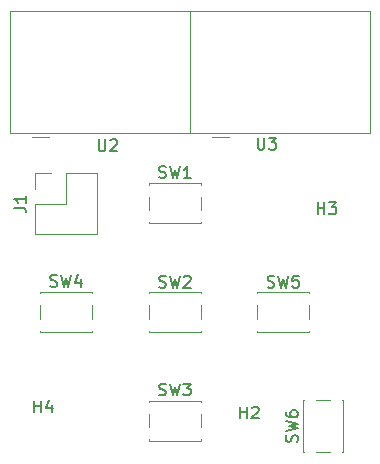
<source format=gbr>
%TF.GenerationSoftware,KiCad,Pcbnew,9.0.1*%
%TF.CreationDate,2025-07-06T22:17:40-07:00*%
%TF.ProjectId,pcb,7063622e-6b69-4636-9164-5f7063625858,rev?*%
%TF.SameCoordinates,Original*%
%TF.FileFunction,Legend,Top*%
%TF.FilePolarity,Positive*%
%FSLAX46Y46*%
G04 Gerber Fmt 4.6, Leading zero omitted, Abs format (unit mm)*
G04 Created by KiCad (PCBNEW 9.0.1) date 2025-07-06 22:17:40*
%MOMM*%
%LPD*%
G01*
G04 APERTURE LIST*
%ADD10C,0.150000*%
%ADD11C,0.120000*%
%ADD12C,0.100000*%
G04 APERTURE END LIST*
D10*
X150965095Y-91950819D02*
X150965095Y-92760342D01*
X150965095Y-92760342D02*
X151012714Y-92855580D01*
X151012714Y-92855580D02*
X151060333Y-92903200D01*
X151060333Y-92903200D02*
X151155571Y-92950819D01*
X151155571Y-92950819D02*
X151346047Y-92950819D01*
X151346047Y-92950819D02*
X151441285Y-92903200D01*
X151441285Y-92903200D02*
X151488904Y-92855580D01*
X151488904Y-92855580D02*
X151536523Y-92760342D01*
X151536523Y-92760342D02*
X151536523Y-91950819D01*
X151917476Y-91950819D02*
X152536523Y-91950819D01*
X152536523Y-91950819D02*
X152203190Y-92331771D01*
X152203190Y-92331771D02*
X152346047Y-92331771D01*
X152346047Y-92331771D02*
X152441285Y-92379390D01*
X152441285Y-92379390D02*
X152488904Y-92427009D01*
X152488904Y-92427009D02*
X152536523Y-92522247D01*
X152536523Y-92522247D02*
X152536523Y-92760342D01*
X152536523Y-92760342D02*
X152488904Y-92855580D01*
X152488904Y-92855580D02*
X152441285Y-92903200D01*
X152441285Y-92903200D02*
X152346047Y-92950819D01*
X152346047Y-92950819D02*
X152060333Y-92950819D01*
X152060333Y-92950819D02*
X151965095Y-92903200D01*
X151965095Y-92903200D02*
X151917476Y-92855580D01*
X142616667Y-95307200D02*
X142759524Y-95354819D01*
X142759524Y-95354819D02*
X142997619Y-95354819D01*
X142997619Y-95354819D02*
X143092857Y-95307200D01*
X143092857Y-95307200D02*
X143140476Y-95259580D01*
X143140476Y-95259580D02*
X143188095Y-95164342D01*
X143188095Y-95164342D02*
X143188095Y-95069104D01*
X143188095Y-95069104D02*
X143140476Y-94973866D01*
X143140476Y-94973866D02*
X143092857Y-94926247D01*
X143092857Y-94926247D02*
X142997619Y-94878628D01*
X142997619Y-94878628D02*
X142807143Y-94831009D01*
X142807143Y-94831009D02*
X142711905Y-94783390D01*
X142711905Y-94783390D02*
X142664286Y-94735771D01*
X142664286Y-94735771D02*
X142616667Y-94640533D01*
X142616667Y-94640533D02*
X142616667Y-94545295D01*
X142616667Y-94545295D02*
X142664286Y-94450057D01*
X142664286Y-94450057D02*
X142711905Y-94402438D01*
X142711905Y-94402438D02*
X142807143Y-94354819D01*
X142807143Y-94354819D02*
X143045238Y-94354819D01*
X143045238Y-94354819D02*
X143188095Y-94402438D01*
X143521429Y-94354819D02*
X143759524Y-95354819D01*
X143759524Y-95354819D02*
X143950000Y-94640533D01*
X143950000Y-94640533D02*
X144140476Y-95354819D01*
X144140476Y-95354819D02*
X144378572Y-94354819D01*
X145283333Y-95354819D02*
X144711905Y-95354819D01*
X144997619Y-95354819D02*
X144997619Y-94354819D01*
X144997619Y-94354819D02*
X144902381Y-94497676D01*
X144902381Y-94497676D02*
X144807143Y-94592914D01*
X144807143Y-94592914D02*
X144711905Y-94640533D01*
X149488095Y-115704819D02*
X149488095Y-114704819D01*
X149488095Y-115181009D02*
X150059523Y-115181009D01*
X150059523Y-115704819D02*
X150059523Y-114704819D01*
X150488095Y-114800057D02*
X150535714Y-114752438D01*
X150535714Y-114752438D02*
X150630952Y-114704819D01*
X150630952Y-114704819D02*
X150869047Y-114704819D01*
X150869047Y-114704819D02*
X150964285Y-114752438D01*
X150964285Y-114752438D02*
X151011904Y-114800057D01*
X151011904Y-114800057D02*
X151059523Y-114895295D01*
X151059523Y-114895295D02*
X151059523Y-114990533D01*
X151059523Y-114990533D02*
X151011904Y-115133390D01*
X151011904Y-115133390D02*
X150440476Y-115704819D01*
X150440476Y-115704819D02*
X151059523Y-115704819D01*
X151816667Y-104587200D02*
X151959524Y-104634819D01*
X151959524Y-104634819D02*
X152197619Y-104634819D01*
X152197619Y-104634819D02*
X152292857Y-104587200D01*
X152292857Y-104587200D02*
X152340476Y-104539580D01*
X152340476Y-104539580D02*
X152388095Y-104444342D01*
X152388095Y-104444342D02*
X152388095Y-104349104D01*
X152388095Y-104349104D02*
X152340476Y-104253866D01*
X152340476Y-104253866D02*
X152292857Y-104206247D01*
X152292857Y-104206247D02*
X152197619Y-104158628D01*
X152197619Y-104158628D02*
X152007143Y-104111009D01*
X152007143Y-104111009D02*
X151911905Y-104063390D01*
X151911905Y-104063390D02*
X151864286Y-104015771D01*
X151864286Y-104015771D02*
X151816667Y-103920533D01*
X151816667Y-103920533D02*
X151816667Y-103825295D01*
X151816667Y-103825295D02*
X151864286Y-103730057D01*
X151864286Y-103730057D02*
X151911905Y-103682438D01*
X151911905Y-103682438D02*
X152007143Y-103634819D01*
X152007143Y-103634819D02*
X152245238Y-103634819D01*
X152245238Y-103634819D02*
X152388095Y-103682438D01*
X152721429Y-103634819D02*
X152959524Y-104634819D01*
X152959524Y-104634819D02*
X153150000Y-103920533D01*
X153150000Y-103920533D02*
X153340476Y-104634819D01*
X153340476Y-104634819D02*
X153578572Y-103634819D01*
X154435714Y-103634819D02*
X153959524Y-103634819D01*
X153959524Y-103634819D02*
X153911905Y-104111009D01*
X153911905Y-104111009D02*
X153959524Y-104063390D01*
X153959524Y-104063390D02*
X154054762Y-104015771D01*
X154054762Y-104015771D02*
X154292857Y-104015771D01*
X154292857Y-104015771D02*
X154388095Y-104063390D01*
X154388095Y-104063390D02*
X154435714Y-104111009D01*
X154435714Y-104111009D02*
X154483333Y-104206247D01*
X154483333Y-104206247D02*
X154483333Y-104444342D01*
X154483333Y-104444342D02*
X154435714Y-104539580D01*
X154435714Y-104539580D02*
X154388095Y-104587200D01*
X154388095Y-104587200D02*
X154292857Y-104634819D01*
X154292857Y-104634819D02*
X154054762Y-104634819D01*
X154054762Y-104634819D02*
X153959524Y-104587200D01*
X153959524Y-104587200D02*
X153911905Y-104539580D01*
X133416667Y-104507200D02*
X133559524Y-104554819D01*
X133559524Y-104554819D02*
X133797619Y-104554819D01*
X133797619Y-104554819D02*
X133892857Y-104507200D01*
X133892857Y-104507200D02*
X133940476Y-104459580D01*
X133940476Y-104459580D02*
X133988095Y-104364342D01*
X133988095Y-104364342D02*
X133988095Y-104269104D01*
X133988095Y-104269104D02*
X133940476Y-104173866D01*
X133940476Y-104173866D02*
X133892857Y-104126247D01*
X133892857Y-104126247D02*
X133797619Y-104078628D01*
X133797619Y-104078628D02*
X133607143Y-104031009D01*
X133607143Y-104031009D02*
X133511905Y-103983390D01*
X133511905Y-103983390D02*
X133464286Y-103935771D01*
X133464286Y-103935771D02*
X133416667Y-103840533D01*
X133416667Y-103840533D02*
X133416667Y-103745295D01*
X133416667Y-103745295D02*
X133464286Y-103650057D01*
X133464286Y-103650057D02*
X133511905Y-103602438D01*
X133511905Y-103602438D02*
X133607143Y-103554819D01*
X133607143Y-103554819D02*
X133845238Y-103554819D01*
X133845238Y-103554819D02*
X133988095Y-103602438D01*
X134321429Y-103554819D02*
X134559524Y-104554819D01*
X134559524Y-104554819D02*
X134750000Y-103840533D01*
X134750000Y-103840533D02*
X134940476Y-104554819D01*
X134940476Y-104554819D02*
X135178572Y-103554819D01*
X135988095Y-103888152D02*
X135988095Y-104554819D01*
X135750000Y-103507200D02*
X135511905Y-104221485D01*
X135511905Y-104221485D02*
X136130952Y-104221485D01*
X156038095Y-98411819D02*
X156038095Y-97411819D01*
X156038095Y-97888009D02*
X156609523Y-97888009D01*
X156609523Y-98411819D02*
X156609523Y-97411819D01*
X156990476Y-97411819D02*
X157609523Y-97411819D01*
X157609523Y-97411819D02*
X157276190Y-97792771D01*
X157276190Y-97792771D02*
X157419047Y-97792771D01*
X157419047Y-97792771D02*
X157514285Y-97840390D01*
X157514285Y-97840390D02*
X157561904Y-97888009D01*
X157561904Y-97888009D02*
X157609523Y-97983247D01*
X157609523Y-97983247D02*
X157609523Y-98221342D01*
X157609523Y-98221342D02*
X157561904Y-98316580D01*
X157561904Y-98316580D02*
X157514285Y-98364200D01*
X157514285Y-98364200D02*
X157419047Y-98411819D01*
X157419047Y-98411819D02*
X157133333Y-98411819D01*
X157133333Y-98411819D02*
X157038095Y-98364200D01*
X157038095Y-98364200D02*
X156990476Y-98316580D01*
X154307200Y-117708332D02*
X154354819Y-117565475D01*
X154354819Y-117565475D02*
X154354819Y-117327380D01*
X154354819Y-117327380D02*
X154307200Y-117232142D01*
X154307200Y-117232142D02*
X154259580Y-117184523D01*
X154259580Y-117184523D02*
X154164342Y-117136904D01*
X154164342Y-117136904D02*
X154069104Y-117136904D01*
X154069104Y-117136904D02*
X153973866Y-117184523D01*
X153973866Y-117184523D02*
X153926247Y-117232142D01*
X153926247Y-117232142D02*
X153878628Y-117327380D01*
X153878628Y-117327380D02*
X153831009Y-117517856D01*
X153831009Y-117517856D02*
X153783390Y-117613094D01*
X153783390Y-117613094D02*
X153735771Y-117660713D01*
X153735771Y-117660713D02*
X153640533Y-117708332D01*
X153640533Y-117708332D02*
X153545295Y-117708332D01*
X153545295Y-117708332D02*
X153450057Y-117660713D01*
X153450057Y-117660713D02*
X153402438Y-117613094D01*
X153402438Y-117613094D02*
X153354819Y-117517856D01*
X153354819Y-117517856D02*
X153354819Y-117279761D01*
X153354819Y-117279761D02*
X153402438Y-117136904D01*
X153354819Y-116803570D02*
X154354819Y-116565475D01*
X154354819Y-116565475D02*
X153640533Y-116374999D01*
X153640533Y-116374999D02*
X154354819Y-116184523D01*
X154354819Y-116184523D02*
X153354819Y-115946428D01*
X153354819Y-115136904D02*
X153354819Y-115327380D01*
X153354819Y-115327380D02*
X153402438Y-115422618D01*
X153402438Y-115422618D02*
X153450057Y-115470237D01*
X153450057Y-115470237D02*
X153592914Y-115565475D01*
X153592914Y-115565475D02*
X153783390Y-115613094D01*
X153783390Y-115613094D02*
X154164342Y-115613094D01*
X154164342Y-115613094D02*
X154259580Y-115565475D01*
X154259580Y-115565475D02*
X154307200Y-115517856D01*
X154307200Y-115517856D02*
X154354819Y-115422618D01*
X154354819Y-115422618D02*
X154354819Y-115232142D01*
X154354819Y-115232142D02*
X154307200Y-115136904D01*
X154307200Y-115136904D02*
X154259580Y-115089285D01*
X154259580Y-115089285D02*
X154164342Y-115041666D01*
X154164342Y-115041666D02*
X153926247Y-115041666D01*
X153926247Y-115041666D02*
X153831009Y-115089285D01*
X153831009Y-115089285D02*
X153783390Y-115136904D01*
X153783390Y-115136904D02*
X153735771Y-115232142D01*
X153735771Y-115232142D02*
X153735771Y-115422618D01*
X153735771Y-115422618D02*
X153783390Y-115517856D01*
X153783390Y-115517856D02*
X153831009Y-115565475D01*
X153831009Y-115565475D02*
X153926247Y-115613094D01*
X137503095Y-92077819D02*
X137503095Y-92887342D01*
X137503095Y-92887342D02*
X137550714Y-92982580D01*
X137550714Y-92982580D02*
X137598333Y-93030200D01*
X137598333Y-93030200D02*
X137693571Y-93077819D01*
X137693571Y-93077819D02*
X137884047Y-93077819D01*
X137884047Y-93077819D02*
X137979285Y-93030200D01*
X137979285Y-93030200D02*
X138026904Y-92982580D01*
X138026904Y-92982580D02*
X138074523Y-92887342D01*
X138074523Y-92887342D02*
X138074523Y-92077819D01*
X138503095Y-92173057D02*
X138550714Y-92125438D01*
X138550714Y-92125438D02*
X138645952Y-92077819D01*
X138645952Y-92077819D02*
X138884047Y-92077819D01*
X138884047Y-92077819D02*
X138979285Y-92125438D01*
X138979285Y-92125438D02*
X139026904Y-92173057D01*
X139026904Y-92173057D02*
X139074523Y-92268295D01*
X139074523Y-92268295D02*
X139074523Y-92363533D01*
X139074523Y-92363533D02*
X139026904Y-92506390D01*
X139026904Y-92506390D02*
X138455476Y-93077819D01*
X138455476Y-93077819D02*
X139074523Y-93077819D01*
X142616667Y-104587200D02*
X142759524Y-104634819D01*
X142759524Y-104634819D02*
X142997619Y-104634819D01*
X142997619Y-104634819D02*
X143092857Y-104587200D01*
X143092857Y-104587200D02*
X143140476Y-104539580D01*
X143140476Y-104539580D02*
X143188095Y-104444342D01*
X143188095Y-104444342D02*
X143188095Y-104349104D01*
X143188095Y-104349104D02*
X143140476Y-104253866D01*
X143140476Y-104253866D02*
X143092857Y-104206247D01*
X143092857Y-104206247D02*
X142997619Y-104158628D01*
X142997619Y-104158628D02*
X142807143Y-104111009D01*
X142807143Y-104111009D02*
X142711905Y-104063390D01*
X142711905Y-104063390D02*
X142664286Y-104015771D01*
X142664286Y-104015771D02*
X142616667Y-103920533D01*
X142616667Y-103920533D02*
X142616667Y-103825295D01*
X142616667Y-103825295D02*
X142664286Y-103730057D01*
X142664286Y-103730057D02*
X142711905Y-103682438D01*
X142711905Y-103682438D02*
X142807143Y-103634819D01*
X142807143Y-103634819D02*
X143045238Y-103634819D01*
X143045238Y-103634819D02*
X143188095Y-103682438D01*
X143521429Y-103634819D02*
X143759524Y-104634819D01*
X143759524Y-104634819D02*
X143950000Y-103920533D01*
X143950000Y-103920533D02*
X144140476Y-104634819D01*
X144140476Y-104634819D02*
X144378572Y-103634819D01*
X144711905Y-103730057D02*
X144759524Y-103682438D01*
X144759524Y-103682438D02*
X144854762Y-103634819D01*
X144854762Y-103634819D02*
X145092857Y-103634819D01*
X145092857Y-103634819D02*
X145188095Y-103682438D01*
X145188095Y-103682438D02*
X145235714Y-103730057D01*
X145235714Y-103730057D02*
X145283333Y-103825295D01*
X145283333Y-103825295D02*
X145283333Y-103920533D01*
X145283333Y-103920533D02*
X145235714Y-104063390D01*
X145235714Y-104063390D02*
X144664286Y-104634819D01*
X144664286Y-104634819D02*
X145283333Y-104634819D01*
X130353819Y-97863333D02*
X131068104Y-97863333D01*
X131068104Y-97863333D02*
X131210961Y-97910952D01*
X131210961Y-97910952D02*
X131306200Y-98006190D01*
X131306200Y-98006190D02*
X131353819Y-98149047D01*
X131353819Y-98149047D02*
X131353819Y-98244285D01*
X131353819Y-96863333D02*
X131353819Y-97434761D01*
X131353819Y-97149047D02*
X130353819Y-97149047D01*
X130353819Y-97149047D02*
X130496676Y-97244285D01*
X130496676Y-97244285D02*
X130591914Y-97339523D01*
X130591914Y-97339523D02*
X130639533Y-97434761D01*
X142616667Y-113717200D02*
X142759524Y-113764819D01*
X142759524Y-113764819D02*
X142997619Y-113764819D01*
X142997619Y-113764819D02*
X143092857Y-113717200D01*
X143092857Y-113717200D02*
X143140476Y-113669580D01*
X143140476Y-113669580D02*
X143188095Y-113574342D01*
X143188095Y-113574342D02*
X143188095Y-113479104D01*
X143188095Y-113479104D02*
X143140476Y-113383866D01*
X143140476Y-113383866D02*
X143092857Y-113336247D01*
X143092857Y-113336247D02*
X142997619Y-113288628D01*
X142997619Y-113288628D02*
X142807143Y-113241009D01*
X142807143Y-113241009D02*
X142711905Y-113193390D01*
X142711905Y-113193390D02*
X142664286Y-113145771D01*
X142664286Y-113145771D02*
X142616667Y-113050533D01*
X142616667Y-113050533D02*
X142616667Y-112955295D01*
X142616667Y-112955295D02*
X142664286Y-112860057D01*
X142664286Y-112860057D02*
X142711905Y-112812438D01*
X142711905Y-112812438D02*
X142807143Y-112764819D01*
X142807143Y-112764819D02*
X143045238Y-112764819D01*
X143045238Y-112764819D02*
X143188095Y-112812438D01*
X143521429Y-112764819D02*
X143759524Y-113764819D01*
X143759524Y-113764819D02*
X143950000Y-113050533D01*
X143950000Y-113050533D02*
X144140476Y-113764819D01*
X144140476Y-113764819D02*
X144378572Y-112764819D01*
X144664286Y-112764819D02*
X145283333Y-112764819D01*
X145283333Y-112764819D02*
X144950000Y-113145771D01*
X144950000Y-113145771D02*
X145092857Y-113145771D01*
X145092857Y-113145771D02*
X145188095Y-113193390D01*
X145188095Y-113193390D02*
X145235714Y-113241009D01*
X145235714Y-113241009D02*
X145283333Y-113336247D01*
X145283333Y-113336247D02*
X145283333Y-113574342D01*
X145283333Y-113574342D02*
X145235714Y-113669580D01*
X145235714Y-113669580D02*
X145188095Y-113717200D01*
X145188095Y-113717200D02*
X145092857Y-113764819D01*
X145092857Y-113764819D02*
X144807143Y-113764819D01*
X144807143Y-113764819D02*
X144711905Y-113717200D01*
X144711905Y-113717200D02*
X144664286Y-113669580D01*
X132038095Y-115204819D02*
X132038095Y-114204819D01*
X132038095Y-114681009D02*
X132609523Y-114681009D01*
X132609523Y-115204819D02*
X132609523Y-114204819D01*
X133514285Y-114538152D02*
X133514285Y-115204819D01*
X133276190Y-114157200D02*
X133038095Y-114871485D01*
X133038095Y-114871485D02*
X133657142Y-114871485D01*
%TO.C,U3*%
D11*
X145220000Y-91550000D02*
X160520000Y-91550000D01*
X160520000Y-81250000D01*
X145220000Y-81250000D01*
X145220000Y-91550000D01*
D12*
X147070000Y-91900000D02*
X148570000Y-91900000D01*
D11*
%TO.C,SW1*%
X141750000Y-95800000D02*
X141750000Y-95920000D01*
X141750000Y-96930000D02*
X141750000Y-98070000D01*
X141750000Y-99080000D02*
X141750000Y-99200000D01*
X141750000Y-99200000D02*
X146150000Y-99200000D01*
X146150000Y-95800000D02*
X141750000Y-95800000D01*
X146150000Y-95920000D02*
X146150000Y-95800000D01*
X146150000Y-98070000D02*
X146150000Y-96930000D01*
X146150000Y-99200000D02*
X146150000Y-99080000D01*
%TO.C,SW5*%
X150950000Y-105000000D02*
X150950000Y-105120000D01*
X150950000Y-106130000D02*
X150950000Y-107270000D01*
X150950000Y-108280000D02*
X150950000Y-108400000D01*
X150950000Y-108400000D02*
X155350000Y-108400000D01*
X155350000Y-105000000D02*
X150950000Y-105000000D01*
X155350000Y-105120000D02*
X155350000Y-105000000D01*
X155350000Y-107270000D02*
X155350000Y-106130000D01*
X155350000Y-108400000D02*
X155350000Y-108280000D01*
%TO.C,SW4*%
X132550000Y-105000000D02*
X132550000Y-105120000D01*
X132550000Y-106130000D02*
X132550000Y-107270000D01*
X132550000Y-108280000D02*
X132550000Y-108400000D01*
X132550000Y-108400000D02*
X136950000Y-108400000D01*
X136950000Y-105000000D02*
X132550000Y-105000000D01*
X136950000Y-105120000D02*
X136950000Y-105000000D01*
X136950000Y-107270000D02*
X136950000Y-106130000D01*
X136950000Y-108400000D02*
X136950000Y-108280000D01*
%TO.C,SW6*%
X154800000Y-114175000D02*
X154800000Y-118575000D01*
X154800000Y-118575000D02*
X154920000Y-118575000D01*
X154920000Y-114175000D02*
X154800000Y-114175000D01*
X155930000Y-118575000D02*
X157070000Y-118575000D01*
X157070000Y-114175000D02*
X155930000Y-114175000D01*
X158080000Y-118575000D02*
X158200000Y-118575000D01*
X158200000Y-114175000D02*
X158080000Y-114175000D01*
X158200000Y-118575000D02*
X158200000Y-114175000D01*
D12*
%TO.C,U2*%
X131830000Y-91900000D02*
X133330000Y-91900000D01*
D11*
X129980000Y-91550000D02*
X145280000Y-91550000D01*
X145280000Y-81250000D01*
X129980000Y-81250000D01*
X129980000Y-91550000D01*
%TO.C,SW2*%
X141750000Y-105000000D02*
X141750000Y-105120000D01*
X141750000Y-106130000D02*
X141750000Y-107270000D01*
X141750000Y-108280000D02*
X141750000Y-108400000D01*
X141750000Y-108400000D02*
X146150000Y-108400000D01*
X146150000Y-105000000D02*
X141750000Y-105000000D01*
X146150000Y-105120000D02*
X146150000Y-105000000D01*
X146150000Y-107270000D02*
X146150000Y-106130000D01*
X146150000Y-108400000D02*
X146150000Y-108280000D01*
%TO.C,J1*%
X132150000Y-94930000D02*
X133480000Y-94930000D01*
X132150000Y-96260000D02*
X132150000Y-94930000D01*
X132150000Y-97530000D02*
X134750000Y-97530000D01*
X132150000Y-100130000D02*
X132150000Y-97530000D01*
X132150000Y-100130000D02*
X137350000Y-100130000D01*
X134750000Y-94930000D02*
X137350000Y-94930000D01*
X134750000Y-97530000D02*
X134750000Y-94930000D01*
X137350000Y-100130000D02*
X137350000Y-94930000D01*
%TO.C,SW3*%
X141750000Y-114210000D02*
X141750000Y-114330000D01*
X141750000Y-115340000D02*
X141750000Y-116480000D01*
X141750000Y-117490000D02*
X141750000Y-117610000D01*
X141750000Y-117610000D02*
X146150000Y-117610000D01*
X146150000Y-114210000D02*
X141750000Y-114210000D01*
X146150000Y-114330000D02*
X146150000Y-114210000D01*
X146150000Y-116480000D02*
X146150000Y-115340000D01*
X146150000Y-117610000D02*
X146150000Y-117490000D01*
%TD*%
M02*

</source>
